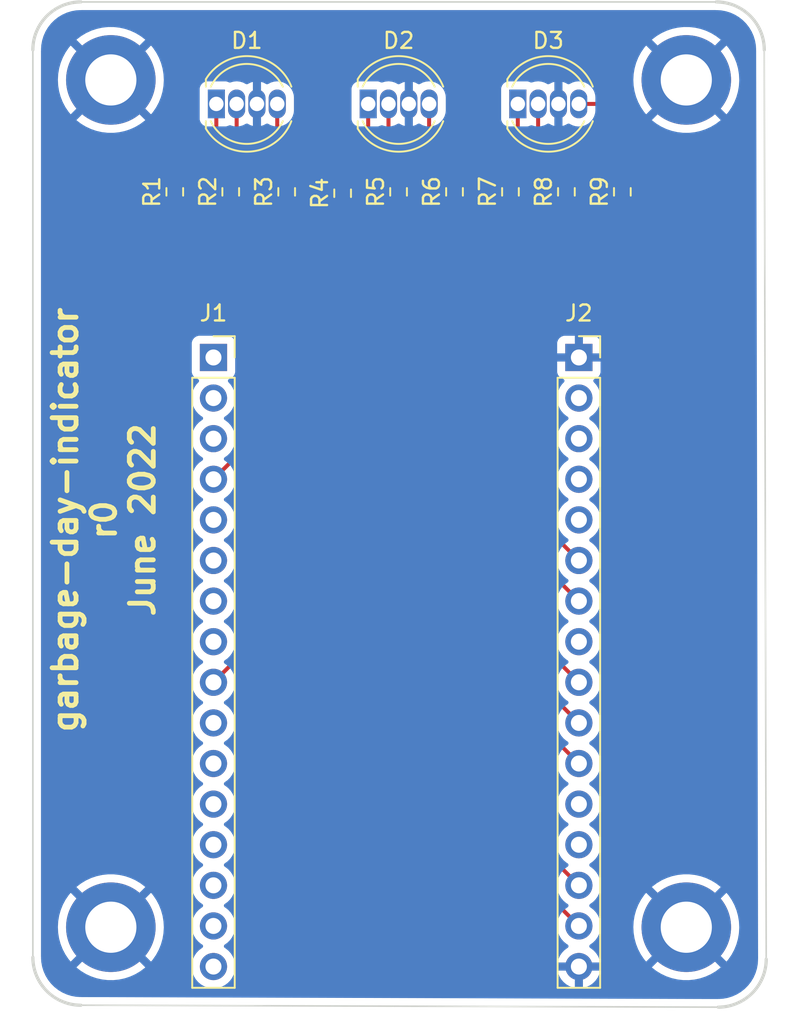
<source format=kicad_pcb>
(kicad_pcb (version 20211014) (generator pcbnew)
  (title_block (title "garbage-day-indicator") (date "2022-06-05") (rev "0"))
  (layers (0 "F.Cu" signal) (31 "B.Cu" signal) (34 "B.Paste" user) (35 "F.Paste" user) (36 "B.SilkS" user "B.Silkscreen") (37 "F.SilkS" user "F.Silkscreen") (38 "B.Mask" user) (39 "F.Mask" user) (44 "Edge.Cuts" user))
  (net 0 "")
  (net 1 "Net-(D1-Pad1)")
  (net 2 "Net-(D1-Pad2)")
  (net 3 "GND")
  (net 4 "Net-(D1-Pad4)")
  (net 5 "Net-(D2-Pad1)")
  (net 6 "Net-(D2-Pad2)")
  (net 7 "Net-(D2-Pad4)")
  (net 8 "Net-(D3-Pad1)")
  (net 9 "Net-(D3-Pad2)")
  (net 10 "Net-(D3-Pad4)")
  (net 14 "/R1")
  (net 19 "/B3")
  (net 31 "/G1")
  (net 32 "/B1")
  (net 34 "/R2")
  (net 35 "/G2")
  (net 36 "/B2")
  (net 39 "/R3")
  (net 40 "/G3")
  (footprint "Resistor_SMD:R_0603_1608Metric" (layer "F.Cu") (at 105 70 90)
    (fp_text reference "R1" (at 0 -1.43 90) (layer "F.SilkS"))
    (fp_text value "270")
    (fp_line (start -0.237258 0.5225) (end 0.237258 0.5225) (layer "F.SilkS") (width 0.12))
    (fp_line (start -0.237258 -0.5225) (end 0.237258 -0.5225) (layer "F.SilkS") (width 0.12))
    (pad "1" smd roundrect (at -0.825 0 90) (size 0.8 0.95) (layers "F.Cu" "F.Paste" "F.Mask") (net 14 "/R1"))
    (pad "2" smd roundrect (at 0.825 0 90) (size 0.8 0.95) (layers "F.Cu" "F.Paste" "F.Mask") (net 1 "Net-(D1-Pad1)"))
  )
  (footprint "Connector_PinSocket_2.54mm:PinSocket_1x16_P2.54mm_Vertical" (layer "F.Cu") (at 107.42 80.36)
    (fp_text reference "J1" (at 0 -2.77) (layer "F.SilkS"))
    (fp_text value "Conn_01x16")
    (fp_line (start -1.33 1.27) (end 1.33 1.27) (layer "F.SilkS") (width 0.12))
    (fp_line (start 0 -1.33) (end 1.33 -1.33) (layer "F.SilkS") (width 0.12))
    (fp_line (start -1.33 1.27) (end -1.33 39.43) (layer "F.SilkS") (width 0.12))
    (fp_line (start -1.33 39.43) (end 1.33 39.43) (layer "F.SilkS") (width 0.12))
    (fp_line (start 1.33 -1.33) (end 1.33 0) (layer "F.SilkS") (width 0.12))
    (fp_line (start 1.33 1.27) (end 1.33 39.43) (layer "F.SilkS") (width 0.12))
    (pad "1" thru_hole rect (at 0 0) (size 1.7 1.7) (drill 1) (layers *.Cu *.Mask))
    (pad "2" thru_hole oval (at 0 2.54) (size 1.7 1.7) (drill 1) (layers *.Cu *.Mask))
    (pad "3" thru_hole oval (at 0 5.08) (size 1.7 1.7) (drill 1) (layers *.Cu *.Mask))
    (pad "4" thru_hole oval (at 0 7.62) (size 1.7 1.7) (drill 1) (layers *.Cu *.Mask) (net 14 "/R1"))
    (pad "5" thru_hole oval (at 0 10.16) (size 1.7 1.7) (drill 1) (layers *.Cu *.Mask))
    (pad "6" thru_hole oval (at 0 12.7) (size 1.7 1.7) (drill 1) (layers *.Cu *.Mask))
    (pad "7" thru_hole oval (at 0 15.24) (size 1.7 1.7) (drill 1) (layers *.Cu *.Mask))
    (pad "8" thru_hole oval (at 0 17.78) (size 1.7 1.7) (drill 1) (layers *.Cu *.Mask))
    (pad "9" thru_hole oval (at 0 20.32) (size 1.7 1.7) (drill 1) (layers *.Cu *.Mask) (net 31 "/G1"))
    (pad "10" thru_hole oval (at 0 22.86) (size 1.7 1.7) (drill 1) (layers *.Cu *.Mask))
    (pad "11" thru_hole oval (at 0 25.4) (size 1.7 1.7) (drill 1) (layers *.Cu *.Mask))
    (pad "12" thru_hole oval (at 0 27.94) (size 1.7 1.7) (drill 1) (layers *.Cu *.Mask))
    (pad "13" thru_hole oval (at 0 30.48) (size 1.7 1.7) (drill 1) (layers *.Cu *.Mask))
    (pad "14" thru_hole oval (at 0 33.02) (size 1.7 1.7) (drill 1) (layers *.Cu *.Mask))
    (pad "15" thru_hole oval (at 0 35.56) (size 1.7 1.7) (drill 1) (layers *.Cu *.Mask))
    (pad "16" thru_hole oval (at 0 38.1) (size 1.7 1.7) (drill 1) (layers *.Cu *.Mask))
  )
  (footprint "MountingHole:MountingHole_3.2mm_M3_DIN965_Pad" (layer "F.Cu") (at 137 63)
    (fp_text reference "H2" hide)
    (fp_text value "MountingHole_Pad")
    (pad "1" thru_hole circle (at 0 0) (size 5.6 5.6) (drill 3.2) (layers *.Cu *.Mask) (net 3 "GND"))
  )
  (footprint "Resistor_SMD:R_0603_1608Metric" (layer "F.Cu") (at 126 70 90)
    (fp_text reference "R7" (at 0 -1.43 90) (layer "F.SilkS"))
    (fp_text value "270")
    (fp_line (start -0.237258 -0.5225) (end 0.237258 -0.5225) (layer "F.SilkS") (width 0.12))
    (fp_line (start -0.237258 0.5225) (end 0.237258 0.5225) (layer "F.SilkS") (width 0.12))
    (pad "1" smd roundrect (at -0.825 0 90) (size 0.8 0.95) (layers "F.Cu" "F.Paste" "F.Mask") (net 39 "/R3"))
    (pad "2" smd roundrect (at 0.825 0 90) (size 0.8 0.95) (layers "F.Cu" "F.Paste" "F.Mask") (net 8 "Net-(D3-Pad1)"))
  )
  (footprint "LED_THT:LED_D5.0mm-4_RGB" (layer "F.Cu") (at 117.1 64.5)
    (fp_text reference "D2" (at 1.905 -3.96) (layer "F.SilkS"))
    (fp_text value "LED_BGKR")
    (fp_line (start -0.655 1.08) (end -0.655 1.545) (layer "F.SilkS") (width 0.12))
    (fp_line (start -0.655 -1.545) (end -0.655 -1.08) (layer "F.SilkS") (width 0.12))
    (fp_arc (start -0.349684 -1.08) (mid 1.904762 -2.5) (end 4.159479 -1.080429) (layer "F.SilkS") (width 0.12))
    (fp_arc (start -0.655 -1.54483) (mid 2.163456 -2.978809) (end 4.692815 -1.080827) (layer "F.SilkS") (width 0.12))
    (fp_arc (start 4.159479 1.080429) (mid 1.904762 2.5) (end -0.349684 1.08) (layer "F.SilkS") (width 0.12))
    (fp_arc (start 4.692815 1.080827) (mid 2.163456 2.978808) (end -0.655 1.54483) (layer "F.SilkS") (width 0.12))
    (pad "1" thru_hole rect (at 0 0) (size 1.07 1.8) (drill 0.9) (layers *.Cu *.Mask) (net 5 "Net-(D2-Pad1)"))
    (pad "2" thru_hole oval (at 1.27 0) (size 1.07 1.8) (drill 0.9) (layers *.Cu *.Mask) (net 6 "Net-(D2-Pad2)"))
    (pad "3" thru_hole oval (at 2.54 0) (size 1.07 1.8) (drill 0.9) (layers *.Cu *.Mask) (net 3 "GND"))
    (pad "4" thru_hole oval (at 3.81 0) (size 1.07 1.8) (drill 0.9) (layers *.Cu *.Mask) (net 7 "Net-(D2-Pad4)"))
  )
  (footprint "MountingHole:MountingHole_3.2mm_M3_DIN965_Pad" (layer "F.Cu") (at 137 116)
    (fp_text reference "H4" hide)
    (fp_text value "MountingHole_Pad")
    (pad "1" thru_hole circle (at 0 0) (size 5.6 5.6) (drill 3.2) (layers *.Cu *.Mask) (net 3 "GND"))
  )
  (footprint "Resistor_SMD:R_0603_1608Metric" (layer "F.Cu") (at 108.5 70 90)
    (fp_text reference "R2" (at 0 -1.43 90) (layer "F.SilkS"))
    (fp_text value "270")
    (fp_line (start -0.237258 0.5225) (end 0.237258 0.5225) (layer "F.SilkS") (width 0.12))
    (fp_line (start -0.237258 -0.5225) (end 0.237258 -0.5225) (layer "F.SilkS") (width 0.12))
    (pad "1" smd roundrect (at -0.825 0 90) (size 0.8 0.95) (layers "F.Cu" "F.Paste" "F.Mask") (net 31 "/G1"))
    (pad "2" smd roundrect (at 0.825 0 90) (size 0.8 0.95) (layers "F.Cu" "F.Paste" "F.Mask") (net 2 "Net-(D1-Pad2)"))
  )
  (footprint "Connector_PinSocket_2.54mm:PinSocket_1x16_P2.54mm_Vertical" (layer "F.Cu") (at 130.28 80.36)
    (fp_text reference "J2" (at 0 -2.77) (layer "F.SilkS"))
    (fp_text value "Conn_01x16")
    (fp_line (start 1.33 1.27) (end 1.33 39.43) (layer "F.SilkS") (width 0.12))
    (fp_line (start 1.33 -1.33) (end 1.33 0) (layer "F.SilkS") (width 0.12))
    (fp_line (start -1.33 1.27) (end 1.33 1.27) (layer "F.SilkS") (width 0.12))
    (fp_line (start -1.33 39.43) (end 1.33 39.43) (layer "F.SilkS") (width 0.12))
    (fp_line (start 0 -1.33) (end 1.33 -1.33) (layer "F.SilkS") (width 0.12))
    (fp_line (start -1.33 1.27) (end -1.33 39.43) (layer "F.SilkS") (width 0.12))
    (pad "1" thru_hole rect (at 0 0) (size 1.7 1.7) (drill 1) (layers *.Cu *.Mask) (net 3 "GND"))
    (pad "2" thru_hole oval (at 0 2.54) (size 1.7 1.7) (drill 1) (layers *.Cu *.Mask))
    (pad "3" thru_hole oval (at 0 5.08) (size 1.7 1.7) (drill 1) (layers *.Cu *.Mask))
    (pad "4" thru_hole oval (at 0 7.62) (size 1.7 1.7) (drill 1) (layers *.Cu *.Mask))
    (pad "5" thru_hole oval (at 0 10.16) (size 1.7 1.7) (drill 1) (layers *.Cu *.Mask))
    (pad "6" thru_hole oval (at 0 12.7) (size 1.7 1.7) (drill 1) (layers *.Cu *.Mask) (net 19 "/B3"))
    (pad "7" thru_hole oval (at 0 15.24) (size 1.7 1.7) (drill 1) (layers *.Cu *.Mask) (net 40 "/G3"))
    (pad "8" thru_hole oval (at 0 17.78) (size 1.7 1.7) (drill 1) (layers *.Cu *.Mask))
    (pad "9" thru_hole oval (at 0 20.32) (size 1.7 1.7) (drill 1) (layers *.Cu *.Mask) (net 39 "/R3"))
    (pad "10" thru_hole oval (at 0 22.86) (size 1.7 1.7) (drill 1) (layers *.Cu *.Mask) (net 36 "/B2"))
    (pad "11" thru_hole oval (at 0 25.4) (size 1.7 1.7) (drill 1) (layers *.Cu *.Mask) (net 35 "/G2"))
    (pad "12" thru_hole oval (at 0 27.94) (size 1.7 1.7) (drill 1) (layers *.Cu *.Mask))
    (pad "13" thru_hole oval (at 0 30.48) (size 1.7 1.7) (drill 1) (layers *.Cu *.Mask))
    (pad "14" thru_hole oval (at 0 33.02) (size 1.7 1.7) (drill 1) (layers *.Cu *.Mask) (net 34 "/R2"))
    (pad "15" thru_hole oval (at 0 35.56) (size 1.7 1.7) (drill 1) (layers *.Cu *.Mask) (net 32 "/B1"))
    (pad "16" thru_hole oval (at 0 38.1) (size 1.7 1.7) (drill 1) (layers *.Cu *.Mask) (net 3 "GND"))
  )
  (footprint "LED_THT:LED_D5.0mm-4_RGB" (layer "F.Cu") (at 126.46 64.5)
    (fp_text reference "D3" (at 1.905 -3.96) (layer "F.SilkS"))
    (fp_text value "LED_BGKR")
    (fp_line (start -0.655 1.08) (end -0.655 1.545) (layer "F.SilkS") (width 0.12))
    (fp_line (start -0.655 -1.545) (end -0.655 -1.08) (layer "F.SilkS") (width 0.12))
    (fp_arc (start -0.349684 -1.08) (mid 1.904762 -2.5) (end 4.159479 -1.080429) (layer "F.SilkS") (width 0.12))
    (fp_arc (start -0.655 -1.54483) (mid 2.163456 -2.978809) (end 4.692815 -1.080827) (layer "F.SilkS") (width 0.12))
    (fp_arc (start 4.692815 1.080827) (mid 2.163456 2.978808) (end -0.655 1.54483) (layer "F.SilkS") (width 0.12))
    (fp_arc (start 4.159479 1.080429) (mid 1.904762 2.5) (end -0.349684 1.08) (layer "F.SilkS") (width 0.12))
    (pad "1" thru_hole rect (at 0 0) (size 1.07 1.8) (drill 0.9) (layers *.Cu *.Mask) (net 8 "Net-(D3-Pad1)"))
    (pad "2" thru_hole oval (at 1.27 0) (size 1.07 1.8) (drill 0.9) (layers *.Cu *.Mask) (net 9 "Net-(D3-Pad2)"))
    (pad "3" thru_hole oval (at 2.54 0) (size 1.07 1.8) (drill 0.9) (layers *.Cu *.Mask) (net 3 "GND"))
    (pad "4" thru_hole oval (at 3.81 0) (size 1.07 1.8) (drill 0.9) (layers *.Cu *.Mask) (net 10 "Net-(D3-Pad4)"))
  )
  (footprint "Resistor_SMD:R_0603_1608Metric" (layer "F.Cu") (at 129.5 70 90)
    (fp_text reference "R8" (at 0 -1.43 90) (layer "F.SilkS"))
    (fp_text value "270")
    (fp_line (start -0.237258 0.5225) (end 0.237258 0.5225) (layer "F.SilkS") (width 0.12))
    (fp_line (start -0.237258 -0.5225) (end 0.237258 -0.5225) (layer "F.SilkS") (width 0.12))
    (pad "1" smd roundrect (at -0.825 0 90) (size 0.8 0.95) (layers "F.Cu" "F.Paste" "F.Mask") (net 40 "/G3"))
    (pad "2" smd roundrect (at 0.825 0 90) (size 0.8 0.95) (layers "F.Cu" "F.Paste" "F.Mask") (net 9 "Net-(D3-Pad2)"))
  )
  (footprint "LED_THT:LED_D5.0mm-4_RGB" (layer "F.Cu") (at 107.6 64.5)
    (fp_text reference "D1" (at 1.905 -3.96) (layer "F.SilkS"))
    (fp_text value "LED_BGKR")
    (fp_line (start -0.655 1.08) (end -0.655 1.545) (layer "F.SilkS") (width 0.12))
    (fp_line (start -0.655 -1.545) (end -0.655 -1.08) (layer "F.SilkS") (width 0.12))
    (fp_arc (start -0.655 -1.54483) (mid 2.163456 -2.978809) (end 4.692815 -1.080827) (layer "F.SilkS") (width 0.12))
    (fp_arc (start 4.159479 1.080429) (mid 1.904762 2.5) (end -0.349684 1.08) (layer "F.SilkS") (width 0.12))
    (fp_arc (start -0.349684 -1.08) (mid 1.904762 -2.5) (end 4.159479 -1.080429) (layer "F.SilkS") (width 0.12))
    (fp_arc (start 4.692815 1.080827) (mid 2.163456 2.978808) (end -0.655 1.54483) (layer "F.SilkS") (width 0.12))
    (pad "1" thru_hole rect (at 0 0) (size 1.07 1.8) (drill 0.9) (layers *.Cu *.Mask) (net 1 "Net-(D1-Pad1)"))
    (pad "2" thru_hole oval (at 1.27 0) (size 1.07 1.8) (drill 0.9) (layers *.Cu *.Mask) (net 2 "Net-(D1-Pad2)"))
    (pad "3" thru_hole oval (at 2.54 0) (size 1.07 1.8) (drill 0.9) (layers *.Cu *.Mask) (net 3 "GND"))
    (pad "4" thru_hole oval (at 3.81 0) (size 1.07 1.8) (drill 0.9) (layers *.Cu *.Mask) (net 4 "Net-(D1-Pad4)"))
  )
  (footprint "Resistor_SMD:R_0603_1608Metric" (layer "F.Cu") (at 112 70 90)
    (fp_text reference "R3" (at 0 -1.43 90) (layer "F.SilkS"))
    (fp_text value "270")
    (fp_line (start -0.237258 -0.5225) (end 0.237258 -0.5225) (layer "F.SilkS") (width 0.12))
    (fp_line (start -0.237258 0.5225) (end 0.237258 0.5225) (layer "F.SilkS") (width 0.12))
    (pad "1" smd roundrect (at -0.825 0 90) (size 0.8 0.95) (layers "F.Cu" "F.Paste" "F.Mask") (net 32 "/B1"))
    (pad "2" smd roundrect (at 0.825 0 90) (size 0.8 0.95) (layers "F.Cu" "F.Paste" "F.Mask") (net 4 "Net-(D1-Pad4)"))
  )
  (footprint "MountingHole:MountingHole_3.2mm_M3_DIN965_Pad" (layer "F.Cu") (at 101 63)
    (fp_text reference "H1" hide)
    (fp_text value "MountingHole_Pad")
    (pad "1" thru_hole circle (at 0 0) (size 5.6 5.6) (drill 3.2) (layers *.Cu *.Mask) (net 3 "GND"))
  )
  (footprint "Resistor_SMD:R_0603_1608Metric" (layer "F.Cu") (at 133 70 90)
    (fp_text reference "R9" (at 0 -1.43 90) (layer "F.SilkS"))
    (fp_text value "270")
    (fp_line (start -0.237258 0.5225) (end 0.237258 0.5225) (layer "F.SilkS") (width 0.12))
    (fp_line (start -0.237258 -0.5225) (end 0.237258 -0.5225) (layer "F.SilkS") (width 0.12))
    (pad "1" smd roundrect (at -0.825 0 90) (size 0.8 0.95) (layers "F.Cu" "F.Paste" "F.Mask") (net 19 "/B3"))
    (pad "2" smd roundrect (at 0.825 0 90) (size 0.8 0.95) (layers "F.Cu" "F.Paste" "F.Mask") (net 10 "Net-(D3-Pad4)"))
  )
  (footprint "Resistor_SMD:R_0603_1608Metric" (layer "F.Cu") (at 119 70 90)
    (fp_text reference "R5" (at 0 -1.43 90) (layer "F.SilkS"))
    (fp_text value "270")
    (fp_line (start -0.237258 0.5225) (end 0.237258 0.5225) (layer "F.SilkS") (width 0.12))
    (fp_line (start -0.237258 -0.5225) (end 0.237258 -0.5225) (layer "F.SilkS") (width 0.12))
    (pad "1" smd roundrect (at -0.825 0 90) (size 0.8 0.95) (layers "F.Cu" "F.Paste" "F.Mask") (net 35 "/G2"))
    (pad "2" smd roundrect (at 0.825 0 90) (size 0.8 0.95) (layers "F.Cu" "F.Paste" "F.Mask") (net 6 "Net-(D2-Pad2)"))
  )
  (footprint "Resistor_SMD:R_0603_1608Metric" (layer "F.Cu") (at 122.5 70 90)
    (fp_text reference "R6" (at 0 -1.43 90) (layer "F.SilkS"))
    (fp_text value "270")
    (fp_line (start -0.237258 0.5225) (end 0.237258 0.5225) (layer "F.SilkS") (width 0.12))
    (fp_line (start -0.237258 -0.5225) (end 0.237258 -0.5225) (layer "F.SilkS") (width 0.12))
    (pad "1" smd roundrect (at -0.825 0 90) (size 0.8 0.95) (layers "F.Cu" "F.Paste" "F.Mask") (net 36 "/B2"))
    (pad "2" smd roundrect (at 0.825 0 90) (size 0.8 0.95) (layers "F.Cu" "F.Paste" "F.Mask") (net 7 "Net-(D2-Pad4)"))
  )
  (footprint "MountingHole:MountingHole_3.2mm_M3_DIN965_Pad" (layer "F.Cu") (at 101 116)
    (fp_text reference "H3" hide)
    (fp_text value "MountingHole_Pad")
    (pad "1" thru_hole circle (at 0 0) (size 5.6 5.6) (drill 3.2) (layers *.Cu *.Mask) (net 3 "GND"))
  )
  (footprint "Resistor_SMD:R_0603_1608Metric" (layer "F.Cu") (at 115.5 70.0875 90)
    (fp_text reference "R4" (at 0 -1.43 90) (layer "F.SilkS"))
    (fp_text value "270")
    (fp_line (start -0.237258 0.5225) (end 0.237258 0.5225) (layer "F.SilkS") (width 0.12))
    (fp_line (start -0.237258 -0.5225) (end 0.237258 -0.5225) (layer "F.SilkS") (width 0.12))
    (pad "1" smd roundrect (at -0.825 0 90) (size 0.8 0.95) (layers "F.Cu" "F.Paste" "F.Mask") (net 34 "/R2"))
    (pad "2" smd roundrect (at 0.825 0 90) (size 0.8 0.95) (layers "F.Cu" "F.Paste" "F.Mask") (net 5 "Net-(D2-Pad1)"))
  )
  (gr_line (start 142 118) (end 141.87868 61.12132) (layer "Edge.Cuts") (width 0.1))
  (gr_arc (start 138.87868 58.12132) (mid 141 59) (end 141.87868 61.12132) (layer "Edge.Cuts") (width 0.2))
  (gr_arc (start 96.12132 61.12132) (mid 97 59) (end 99.12132 58.12132) (layer "Edge.Cuts") (width 0.2))
  (gr_line (start 138.87868 58.12132) (end 99.12132 58.12132) (layer "Edge.Cuts") (width 0.1))
  (gr_line (start 96.12132 61.12132) (end 96.12132 117.87868) (layer "Edge.Cuts") (width 0.1))
  (gr_arc (start 99.12132 120.87868) (mid 97 120) (end 96.12132 117.87868) (layer "Edge.Cuts") (width 0.2))
  (gr_line (start 99.12132 120.87868) (end 139 121) (layer "Edge.Cuts") (width 0.1))
  (gr_arc (start 142 118) (mid 141.12132 120.12132) (end 139 121) (layer "Edge.Cuts") (width 0.2))
  (gr_text "garbage-day-indicator\nr0\nJune 2022" (at 100.562 90.52 90) (layer "F.SilkS") (effects (font (size 1.5 1.5) (thickness 0.3))))
  (segment (start 105 69.0875) (end 107.6 66.4875) (width 0.25) (layer "F.Cu") (net 1))
  (segment (start 107.6 66.4875) (end 107.6 64.5) (width 0.25) (layer "F.Cu") (net 1))
  (segment (start 108.5 69.0875) (end 108.87 68.7175) (width 0.25) (layer "F.Cu") (net 2))
  (segment (start 108.87 68.7175) (end 108.87 64.5) (width 0.25) (layer "F.Cu") (net 2))
  (segment (start 112 69.0875) (end 111.41 68.4975) (width 0.25) (layer "F.Cu") (net 4))
  (segment (start 111.41 68.4975) (end 111.41 64.5) (width 0.25) (layer "F.Cu") (net 4))
  (segment (start 115.5 69.175) (end 117.1 67.575) (width 0.25) (layer "F.Cu") (net 5))
  (segment (start 117.1 67.575) (end 117.1 64.5) (width 0.25) (layer "F.Cu") (net 5))
  (segment (start 118.37 68.4575) (end 118.37 64.5) (width 0.25) (layer "F.Cu") (net 6))
  (segment (start 119 69.0875) (end 118.37 68.4575) (width 0.25) (layer "F.Cu") (net 6))
  (segment (start 122.5 69.0875) (end 120.91 67.4975) (width 0.25) (layer "F.Cu") (net 7))
  (segment (start 120.91 67.4975) (end 120.91 64.5) (width 0.25) (layer "F.Cu") (net 7))
  (segment (start 126.46 68.6275) (end 126 69.0875) (width 0.25) (layer "F.Cu") (net 8))
  (segment (start 126.46 64.5) (end 126.46 68.6275) (width 0.25) (layer "F.Cu") (net 8))
  (segment (start 127.73 64.5) (end 127.73 67.3175) (width 0.25) (layer "F.Cu") (net 9))
  (segment (start 127.73 67.3175) (end 129.5 69.0875) (width 0.25) (layer "F.Cu") (net 9))
  (segment (start 130.27 64.5) (end 131.5 64.5) (width 0.25) (layer "F.Cu") (net 10))
  (segment (start 131.5 64.5) (end 133 66) (width 0.25) (layer "F.Cu") (net 10))
  (segment (start 133 66) (end 133 69.0875) (width 0.25) (layer "F.Cu") (net 10))
  (segment (start 107.42 87.98) (end 109.706 85.694) (width 0.25) (layer "F.Cu") (net 14))
  (segment (start 109.706 85.694) (end 109.706 76.55) (width 0.25) (layer "F.Cu") (net 14))
  (segment (start 105 71.844) (end 105 70.9125) (width 0.25) (layer "F.Cu") (net 14))
  (segment (start 109.706 76.55) (end 105 71.844) (width 0.25) (layer "F.Cu") (net 14))
  (segment (start 133 71.544) (end 133 70.9125) (width 0.25) (layer "F.Cu") (net 19))
  (segment (start 130.28 93.06) (end 127.994 90.774) (width 0.25) (layer "F.Cu") (net 19))
  (segment (start 127.994 90.774) (end 127.994 76.55) (width 0.25) (layer "F.Cu") (net 19))
  (segment (start 127.994 76.55) (end 133 71.544) (width 0.25) (layer "F.Cu") (net 19))
  (segment (start 107.42 100.68) (end 111.992 96.108) (width 0.25) (layer "F.Cu") (net 31))
  (segment (start 111.992 76.55) (end 108.5 73.058) (width 0.25) (layer "F.Cu") (net 31))
  (segment (start 111.992 96.108) (end 111.992 76.55) (width 0.25) (layer "F.Cu") (net 31))
  (segment (start 108.5 73.058) (end 108.5 70.825) (width 0.25) (layer "F.Cu") (net 31))
  (segment (start 112 74.272) (end 112 70.9125) (width 0.25) (layer "F.Cu") (net 32))
  (segment (start 130.28 115.92) (end 114.278 99.918) (width 0.25) (layer "F.Cu") (net 32))
  (segment (start 114.278 99.918) (end 114.278 76.55) (width 0.25) (layer "F.Cu") (net 32))
  (segment (start 114.278 76.55) (end 112 74.272) (width 0.25) (layer "F.Cu") (net 32))
  (segment (start 130.28 113.38) (end 116.564 99.664) (width 0.25) (layer "F.Cu") (net 34))
  (segment (start 115.5 75.486) (end 115.5 71) (width 0.25) (layer "F.Cu") (net 34))
  (segment (start 116.564 76.55) (end 115.5 75.486) (width 0.25) (layer "F.Cu") (net 34))
  (segment (start 116.564 99.664) (end 116.564 76.55) (width 0.25) (layer "F.Cu") (net 34))
  (segment (start 130.28 105.76) (end 118.85 94.33) (width 0.25) (layer "F.Cu") (net 35))
  (segment (start 118.85 71.0625) (end 119 70.9125) (width 0.25) (layer "F.Cu") (net 35))
  (segment (start 118.85 94.33) (end 118.85 71.0625) (width 0.25) (layer "F.Cu") (net 35))
  (segment (start 122.5 75.186) (end 122.5 70.9125) (width 0.25) (layer "F.Cu") (net 36))
  (segment (start 121.136 76.55) (end 122.5 75.186) (width 0.25) (layer "F.Cu") (net 36))
  (segment (start 130.28 103.22) (end 121.136 94.076) (width 0.25) (layer "F.Cu") (net 36))
  (segment (start 121.136 94.076) (end 121.136 76.55) (width 0.25) (layer "F.Cu") (net 36))
  (segment (start 123.422 93.822) (end 123.422 76.55) (width 0.25) (layer "F.Cu") (net 39))
  (segment (start 126 73.972) (end 126 70.9125) (width 0.25) (layer "F.Cu") (net 39))
  (segment (start 123.422 76.55) (end 126 73.972) (width 0.25) (layer "F.Cu") (net 39))
  (segment (start 130.28 100.68) (end 123.422 93.822) (width 0.25) (layer "F.Cu") (net 39))
  (segment (start 125.708 91.028) (end 125.708 76.55) (width 0.25) (layer "F.Cu") (net 40))
  (segment (start 130.28 95.6) (end 125.708 91.028) (width 0.25) (layer "F.Cu") (net 40))
  (segment (start 129.5 72.758) (end 129.5 70.9125) (width 0.25) (layer "F.Cu") (net 40))
  (segment (start 125.708 76.55) (end 129.5 72.758) (width 0.25) (layer "F.Cu") (net 40))
  (zone (net 3) (net_name "GND") (layer "B.Cu") (connect_pads (clearance 0.508)) (min_thickness 0.254) (fill yes (thermal_gap 0.508) (thermal_bridge_width 0.508))
    (polygon (pts (xy 142 121) (xy 96 121) (xy 96 58) (xy 142 58)))
  )
)
</source>
